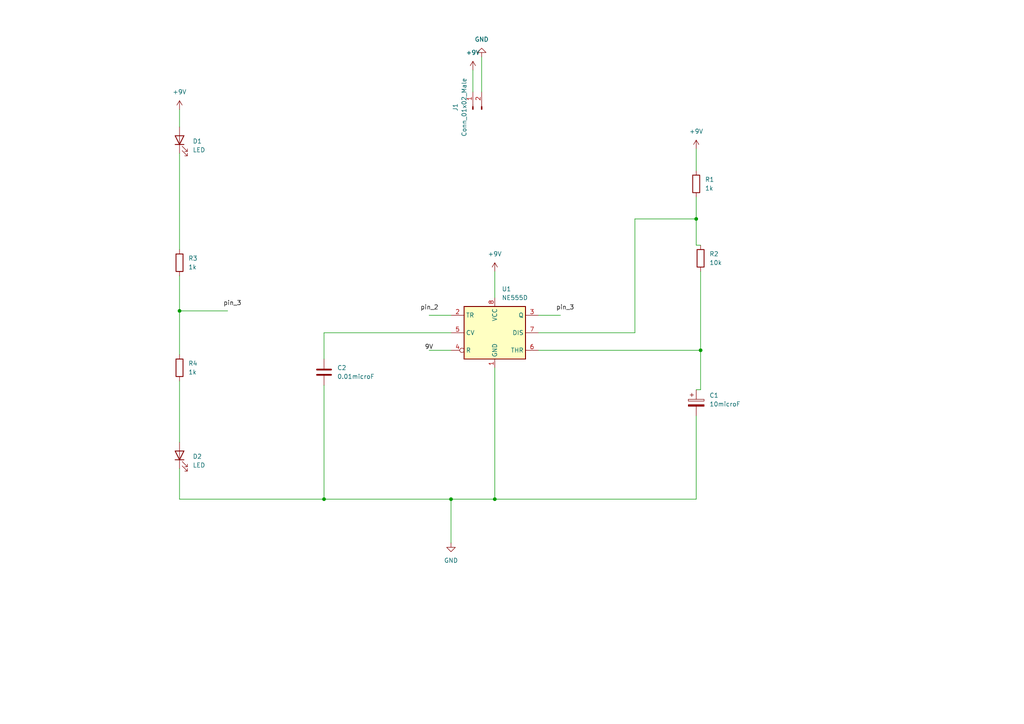
<source format=kicad_sch>
(kicad_sch (version 20211123) (generator eeschema)

  (uuid d0fa1b67-681a-4fd0-9ed5-ad080d6af7e6)

  (paper "A4")

  (lib_symbols
    (symbol "Connector:Conn_01x02_Male" (pin_names (offset 1.016) hide) (in_bom yes) (on_board yes)
      (property "Reference" "J" (id 0) (at 0 2.54 0)
        (effects (font (size 1.27 1.27)))
      )
      (property "Value" "Conn_01x02_Male" (id 1) (at 0 -5.08 0)
        (effects (font (size 1.27 1.27)))
      )
      (property "Footprint" "" (id 2) (at 0 0 0)
        (effects (font (size 1.27 1.27)) hide)
      )
      (property "Datasheet" "~" (id 3) (at 0 0 0)
        (effects (font (size 1.27 1.27)) hide)
      )
      (property "ki_keywords" "connector" (id 4) (at 0 0 0)
        (effects (font (size 1.27 1.27)) hide)
      )
      (property "ki_description" "Generic connector, single row, 01x02, script generated (kicad-library-utils/schlib/autogen/connector/)" (id 5) (at 0 0 0)
        (effects (font (size 1.27 1.27)) hide)
      )
      (property "ki_fp_filters" "Connector*:*_1x??_*" (id 6) (at 0 0 0)
        (effects (font (size 1.27 1.27)) hide)
      )
      (symbol "Conn_01x02_Male_1_1"
        (polyline
          (pts
            (xy 1.27 -2.54)
            (xy 0.8636 -2.54)
          )
          (stroke (width 0.1524) (type default) (color 0 0 0 0))
          (fill (type none))
        )
        (polyline
          (pts
            (xy 1.27 0)
            (xy 0.8636 0)
          )
          (stroke (width 0.1524) (type default) (color 0 0 0 0))
          (fill (type none))
        )
        (rectangle (start 0.8636 -2.413) (end 0 -2.667)
          (stroke (width 0.1524) (type default) (color 0 0 0 0))
          (fill (type outline))
        )
        (rectangle (start 0.8636 0.127) (end 0 -0.127)
          (stroke (width 0.1524) (type default) (color 0 0 0 0))
          (fill (type outline))
        )
        (pin passive line (at 5.08 0 180) (length 3.81)
          (name "Pin_1" (effects (font (size 1.27 1.27))))
          (number "1" (effects (font (size 1.27 1.27))))
        )
        (pin passive line (at 5.08 -2.54 180) (length 3.81)
          (name "Pin_2" (effects (font (size 1.27 1.27))))
          (number "2" (effects (font (size 1.27 1.27))))
        )
      )
    )
    (symbol "Device:C" (pin_numbers hide) (pin_names (offset 0.254)) (in_bom yes) (on_board yes)
      (property "Reference" "C" (id 0) (at 0.635 2.54 0)
        (effects (font (size 1.27 1.27)) (justify left))
      )
      (property "Value" "C" (id 1) (at 0.635 -2.54 0)
        (effects (font (size 1.27 1.27)) (justify left))
      )
      (property "Footprint" "" (id 2) (at 0.9652 -3.81 0)
        (effects (font (size 1.27 1.27)) hide)
      )
      (property "Datasheet" "~" (id 3) (at 0 0 0)
        (effects (font (size 1.27 1.27)) hide)
      )
      (property "ki_keywords" "cap capacitor" (id 4) (at 0 0 0)
        (effects (font (size 1.27 1.27)) hide)
      )
      (property "ki_description" "Unpolarized capacitor" (id 5) (at 0 0 0)
        (effects (font (size 1.27 1.27)) hide)
      )
      (property "ki_fp_filters" "C_*" (id 6) (at 0 0 0)
        (effects (font (size 1.27 1.27)) hide)
      )
      (symbol "C_0_1"
        (polyline
          (pts
            (xy -2.032 -0.762)
            (xy 2.032 -0.762)
          )
          (stroke (width 0.508) (type default) (color 0 0 0 0))
          (fill (type none))
        )
        (polyline
          (pts
            (xy -2.032 0.762)
            (xy 2.032 0.762)
          )
          (stroke (width 0.508) (type default) (color 0 0 0 0))
          (fill (type none))
        )
      )
      (symbol "C_1_1"
        (pin passive line (at 0 3.81 270) (length 2.794)
          (name "~" (effects (font (size 1.27 1.27))))
          (number "1" (effects (font (size 1.27 1.27))))
        )
        (pin passive line (at 0 -3.81 90) (length 2.794)
          (name "~" (effects (font (size 1.27 1.27))))
          (number "2" (effects (font (size 1.27 1.27))))
        )
      )
    )
    (symbol "Device:C_Polarized" (pin_numbers hide) (pin_names (offset 0.254)) (in_bom yes) (on_board yes)
      (property "Reference" "C" (id 0) (at 0.635 2.54 0)
        (effects (font (size 1.27 1.27)) (justify left))
      )
      (property "Value" "C_Polarized" (id 1) (at 0.635 -2.54 0)
        (effects (font (size 1.27 1.27)) (justify left))
      )
      (property "Footprint" "" (id 2) (at 0.9652 -3.81 0)
        (effects (font (size 1.27 1.27)) hide)
      )
      (property "Datasheet" "~" (id 3) (at 0 0 0)
        (effects (font (size 1.27 1.27)) hide)
      )
      (property "ki_keywords" "cap capacitor" (id 4) (at 0 0 0)
        (effects (font (size 1.27 1.27)) hide)
      )
      (property "ki_description" "Polarized capacitor" (id 5) (at 0 0 0)
        (effects (font (size 1.27 1.27)) hide)
      )
      (property "ki_fp_filters" "CP_*" (id 6) (at 0 0 0)
        (effects (font (size 1.27 1.27)) hide)
      )
      (symbol "C_Polarized_0_1"
        (rectangle (start -2.286 0.508) (end 2.286 1.016)
          (stroke (width 0) (type default) (color 0 0 0 0))
          (fill (type none))
        )
        (polyline
          (pts
            (xy -1.778 2.286)
            (xy -0.762 2.286)
          )
          (stroke (width 0) (type default) (color 0 0 0 0))
          (fill (type none))
        )
        (polyline
          (pts
            (xy -1.27 2.794)
            (xy -1.27 1.778)
          )
          (stroke (width 0) (type default) (color 0 0 0 0))
          (fill (type none))
        )
        (rectangle (start 2.286 -0.508) (end -2.286 -1.016)
          (stroke (width 0) (type default) (color 0 0 0 0))
          (fill (type outline))
        )
      )
      (symbol "C_Polarized_1_1"
        (pin passive line (at 0 3.81 270) (length 2.794)
          (name "~" (effects (font (size 1.27 1.27))))
          (number "1" (effects (font (size 1.27 1.27))))
        )
        (pin passive line (at 0 -3.81 90) (length 2.794)
          (name "~" (effects (font (size 1.27 1.27))))
          (number "2" (effects (font (size 1.27 1.27))))
        )
      )
    )
    (symbol "Device:LED" (pin_numbers hide) (pin_names (offset 1.016) hide) (in_bom yes) (on_board yes)
      (property "Reference" "D" (id 0) (at 0 2.54 0)
        (effects (font (size 1.27 1.27)))
      )
      (property "Value" "LED" (id 1) (at 0 -2.54 0)
        (effects (font (size 1.27 1.27)))
      )
      (property "Footprint" "" (id 2) (at 0 0 0)
        (effects (font (size 1.27 1.27)) hide)
      )
      (property "Datasheet" "~" (id 3) (at 0 0 0)
        (effects (font (size 1.27 1.27)) hide)
      )
      (property "ki_keywords" "LED diode" (id 4) (at 0 0 0)
        (effects (font (size 1.27 1.27)) hide)
      )
      (property "ki_description" "Light emitting diode" (id 5) (at 0 0 0)
        (effects (font (size 1.27 1.27)) hide)
      )
      (property "ki_fp_filters" "LED* LED_SMD:* LED_THT:*" (id 6) (at 0 0 0)
        (effects (font (size 1.27 1.27)) hide)
      )
      (symbol "LED_0_1"
        (polyline
          (pts
            (xy -1.27 -1.27)
            (xy -1.27 1.27)
          )
          (stroke (width 0.254) (type default) (color 0 0 0 0))
          (fill (type none))
        )
        (polyline
          (pts
            (xy -1.27 0)
            (xy 1.27 0)
          )
          (stroke (width 0) (type default) (color 0 0 0 0))
          (fill (type none))
        )
        (polyline
          (pts
            (xy 1.27 -1.27)
            (xy 1.27 1.27)
            (xy -1.27 0)
            (xy 1.27 -1.27)
          )
          (stroke (width 0.254) (type default) (color 0 0 0 0))
          (fill (type none))
        )
        (polyline
          (pts
            (xy -3.048 -0.762)
            (xy -4.572 -2.286)
            (xy -3.81 -2.286)
            (xy -4.572 -2.286)
            (xy -4.572 -1.524)
          )
          (stroke (width 0) (type default) (color 0 0 0 0))
          (fill (type none))
        )
        (polyline
          (pts
            (xy -1.778 -0.762)
            (xy -3.302 -2.286)
            (xy -2.54 -2.286)
            (xy -3.302 -2.286)
            (xy -3.302 -1.524)
          )
          (stroke (width 0) (type default) (color 0 0 0 0))
          (fill (type none))
        )
      )
      (symbol "LED_1_1"
        (pin passive line (at -3.81 0 0) (length 2.54)
          (name "K" (effects (font (size 1.27 1.27))))
          (number "1" (effects (font (size 1.27 1.27))))
        )
        (pin passive line (at 3.81 0 180) (length 2.54)
          (name "A" (effects (font (size 1.27 1.27))))
          (number "2" (effects (font (size 1.27 1.27))))
        )
      )
    )
    (symbol "Device:R" (pin_numbers hide) (pin_names (offset 0)) (in_bom yes) (on_board yes)
      (property "Reference" "R" (id 0) (at 2.032 0 90)
        (effects (font (size 1.27 1.27)))
      )
      (property "Value" "R" (id 1) (at 0 0 90)
        (effects (font (size 1.27 1.27)))
      )
      (property "Footprint" "" (id 2) (at -1.778 0 90)
        (effects (font (size 1.27 1.27)) hide)
      )
      (property "Datasheet" "~" (id 3) (at 0 0 0)
        (effects (font (size 1.27 1.27)) hide)
      )
      (property "ki_keywords" "R res resistor" (id 4) (at 0 0 0)
        (effects (font (size 1.27 1.27)) hide)
      )
      (property "ki_description" "Resistor" (id 5) (at 0 0 0)
        (effects (font (size 1.27 1.27)) hide)
      )
      (property "ki_fp_filters" "R_*" (id 6) (at 0 0 0)
        (effects (font (size 1.27 1.27)) hide)
      )
      (symbol "R_0_1"
        (rectangle (start -1.016 -2.54) (end 1.016 2.54)
          (stroke (width 0.254) (type default) (color 0 0 0 0))
          (fill (type none))
        )
      )
      (symbol "R_1_1"
        (pin passive line (at 0 3.81 270) (length 1.27)
          (name "~" (effects (font (size 1.27 1.27))))
          (number "1" (effects (font (size 1.27 1.27))))
        )
        (pin passive line (at 0 -3.81 90) (length 1.27)
          (name "~" (effects (font (size 1.27 1.27))))
          (number "2" (effects (font (size 1.27 1.27))))
        )
      )
    )
    (symbol "Timer:NE555D" (in_bom yes) (on_board yes)
      (property "Reference" "U" (id 0) (at -10.16 8.89 0)
        (effects (font (size 1.27 1.27)) (justify left))
      )
      (property "Value" "NE555D" (id 1) (at 2.54 8.89 0)
        (effects (font (size 1.27 1.27)) (justify left))
      )
      (property "Footprint" "Package_SO:SOIC-8_3.9x4.9mm_P1.27mm" (id 2) (at 21.59 -10.16 0)
        (effects (font (size 1.27 1.27)) hide)
      )
      (property "Datasheet" "http://www.ti.com/lit/ds/symlink/ne555.pdf" (id 3) (at 21.59 -10.16 0)
        (effects (font (size 1.27 1.27)) hide)
      )
      (property "ki_keywords" "single timer 555" (id 4) (at 0 0 0)
        (effects (font (size 1.27 1.27)) hide)
      )
      (property "ki_description" "Precision Timers, 555 compatible, SOIC-8" (id 5) (at 0 0 0)
        (effects (font (size 1.27 1.27)) hide)
      )
      (property "ki_fp_filters" "SOIC*3.9x4.9mm*P1.27mm*" (id 6) (at 0 0 0)
        (effects (font (size 1.27 1.27)) hide)
      )
      (symbol "NE555D_0_0"
        (pin power_in line (at 0 -10.16 90) (length 2.54)
          (name "GND" (effects (font (size 1.27 1.27))))
          (number "1" (effects (font (size 1.27 1.27))))
        )
        (pin power_in line (at 0 10.16 270) (length 2.54)
          (name "VCC" (effects (font (size 1.27 1.27))))
          (number "8" (effects (font (size 1.27 1.27))))
        )
      )
      (symbol "NE555D_0_1"
        (rectangle (start -8.89 -7.62) (end 8.89 7.62)
          (stroke (width 0.254) (type default) (color 0 0 0 0))
          (fill (type background))
        )
        (rectangle (start -8.89 -7.62) (end 8.89 7.62)
          (stroke (width 0.254) (type default) (color 0 0 0 0))
          (fill (type background))
        )
      )
      (symbol "NE555D_1_1"
        (pin input line (at -12.7 5.08 0) (length 3.81)
          (name "TR" (effects (font (size 1.27 1.27))))
          (number "2" (effects (font (size 1.27 1.27))))
        )
        (pin output line (at 12.7 5.08 180) (length 3.81)
          (name "Q" (effects (font (size 1.27 1.27))))
          (number "3" (effects (font (size 1.27 1.27))))
        )
        (pin input inverted (at -12.7 -5.08 0) (length 3.81)
          (name "R" (effects (font (size 1.27 1.27))))
          (number "4" (effects (font (size 1.27 1.27))))
        )
        (pin input line (at -12.7 0 0) (length 3.81)
          (name "CV" (effects (font (size 1.27 1.27))))
          (number "5" (effects (font (size 1.27 1.27))))
        )
        (pin input line (at 12.7 -5.08 180) (length 3.81)
          (name "THR" (effects (font (size 1.27 1.27))))
          (number "6" (effects (font (size 1.27 1.27))))
        )
        (pin input line (at 12.7 0 180) (length 3.81)
          (name "DIS" (effects (font (size 1.27 1.27))))
          (number "7" (effects (font (size 1.27 1.27))))
        )
      )
    )
    (symbol "power:+9V" (power) (pin_names (offset 0)) (in_bom yes) (on_board yes)
      (property "Reference" "#PWR" (id 0) (at 0 -3.81 0)
        (effects (font (size 1.27 1.27)) hide)
      )
      (property "Value" "+9V" (id 1) (at 0 3.556 0)
        (effects (font (size 1.27 1.27)))
      )
      (property "Footprint" "" (id 2) (at 0 0 0)
        (effects (font (size 1.27 1.27)) hide)
      )
      (property "Datasheet" "" (id 3) (at 0 0 0)
        (effects (font (size 1.27 1.27)) hide)
      )
      (property "ki_keywords" "global power" (id 4) (at 0 0 0)
        (effects (font (size 1.27 1.27)) hide)
      )
      (property "ki_description" "Power symbol creates a global label with name \"+9V\"" (id 5) (at 0 0 0)
        (effects (font (size 1.27 1.27)) hide)
      )
      (symbol "+9V_0_1"
        (polyline
          (pts
            (xy -0.762 1.27)
            (xy 0 2.54)
          )
          (stroke (width 0) (type default) (color 0 0 0 0))
          (fill (type none))
        )
        (polyline
          (pts
            (xy 0 0)
            (xy 0 2.54)
          )
          (stroke (width 0) (type default) (color 0 0 0 0))
          (fill (type none))
        )
        (polyline
          (pts
            (xy 0 2.54)
            (xy 0.762 1.27)
          )
          (stroke (width 0) (type default) (color 0 0 0 0))
          (fill (type none))
        )
      )
      (symbol "+9V_1_1"
        (pin power_in line (at 0 0 90) (length 0) hide
          (name "+9V" (effects (font (size 1.27 1.27))))
          (number "1" (effects (font (size 1.27 1.27))))
        )
      )
    )
    (symbol "power:GND" (power) (pin_names (offset 0)) (in_bom yes) (on_board yes)
      (property "Reference" "#PWR" (id 0) (at 0 -6.35 0)
        (effects (font (size 1.27 1.27)) hide)
      )
      (property "Value" "GND" (id 1) (at 0 -3.81 0)
        (effects (font (size 1.27 1.27)))
      )
      (property "Footprint" "" (id 2) (at 0 0 0)
        (effects (font (size 1.27 1.27)) hide)
      )
      (property "Datasheet" "" (id 3) (at 0 0 0)
        (effects (font (size 1.27 1.27)) hide)
      )
      (property "ki_keywords" "global power" (id 4) (at 0 0 0)
        (effects (font (size 1.27 1.27)) hide)
      )
      (property "ki_description" "Power symbol creates a global label with name \"GND\" , ground" (id 5) (at 0 0 0)
        (effects (font (size 1.27 1.27)) hide)
      )
      (symbol "GND_0_1"
        (polyline
          (pts
            (xy 0 0)
            (xy 0 -1.27)
            (xy 1.27 -1.27)
            (xy 0 -2.54)
            (xy -1.27 -1.27)
            (xy 0 -1.27)
          )
          (stroke (width 0) (type default) (color 0 0 0 0))
          (fill (type none))
        )
      )
      (symbol "GND_1_1"
        (pin power_in line (at 0 0 270) (length 0) hide
          (name "GND" (effects (font (size 1.27 1.27))))
          (number "1" (effects (font (size 1.27 1.27))))
        )
      )
    )
  )

  (junction (at 143.51 144.78) (diameter 0) (color 0 0 0 0)
    (uuid 20a8b88b-cbb6-4cb2-a5c5-8f691b291856)
  )
  (junction (at 201.93 63.5) (diameter 0) (color 0 0 0 0)
    (uuid 2d7fb36d-8dac-4805-b352-ce6aa67082ab)
  )
  (junction (at 93.98 144.78) (diameter 0) (color 0 0 0 0)
    (uuid 33873670-d9da-4a07-919c-3bd4a56e7284)
  )
  (junction (at 130.81 144.78) (diameter 0) (color 0 0 0 0)
    (uuid af2a53cf-b946-4559-9662-ab53a75025fc)
  )
  (junction (at 52.07 90.17) (diameter 0) (color 0 0 0 0)
    (uuid d0b6bd89-cb2c-4eb7-823e-77207a1a1b71)
  )
  (junction (at 203.2 101.6) (diameter 0) (color 0 0 0 0)
    (uuid ec9f663f-3a0e-4824-b03f-78bd4ace9618)
  )

  (wire (pts (xy 130.81 96.52) (xy 93.98 96.52))
    (stroke (width 0) (type default) (color 0 0 0 0))
    (uuid 06642e3e-4f8b-4ca3-a6ac-db26d6f13af2)
  )
  (wire (pts (xy 143.51 144.78) (xy 130.81 144.78))
    (stroke (width 0) (type default) (color 0 0 0 0))
    (uuid 0af912de-976e-4fdf-924b-d28d05d83454)
  )
  (wire (pts (xy 52.07 128.27) (xy 52.07 110.49))
    (stroke (width 0) (type default) (color 0 0 0 0))
    (uuid 0d74af1a-90b7-4614-bcba-97826bd62071)
  )
  (wire (pts (xy 124.46 91.44) (xy 130.81 91.44))
    (stroke (width 0) (type default) (color 0 0 0 0))
    (uuid 0f1d0006-d072-4701-ab2a-c60db5c5c6b1)
  )
  (wire (pts (xy 203.2 113.03) (xy 201.93 113.03))
    (stroke (width 0) (type default) (color 0 0 0 0))
    (uuid 224d1360-9b15-4398-8345-f1c9c4a05d72)
  )
  (wire (pts (xy 203.2 78.74) (xy 203.2 101.6))
    (stroke (width 0) (type default) (color 0 0 0 0))
    (uuid 3dac0017-4abd-4b50-9385-9a8586ea824a)
  )
  (wire (pts (xy 201.93 57.15) (xy 201.93 63.5))
    (stroke (width 0) (type default) (color 0 0 0 0))
    (uuid 420301d3-cb01-44d3-84c7-3060d3661532)
  )
  (wire (pts (xy 201.93 144.78) (xy 143.51 144.78))
    (stroke (width 0) (type default) (color 0 0 0 0))
    (uuid 4771bf11-cfda-42c5-b90c-3d7a746e2b41)
  )
  (wire (pts (xy 156.21 91.44) (xy 162.56 91.44))
    (stroke (width 0) (type default) (color 0 0 0 0))
    (uuid 51f3af74-b896-46bc-a29d-d1769f6305fa)
  )
  (wire (pts (xy 143.51 106.68) (xy 143.51 144.78))
    (stroke (width 0) (type default) (color 0 0 0 0))
    (uuid 536ed4dd-0960-4281-b6b9-1ca27442a961)
  )
  (wire (pts (xy 139.7 16.51) (xy 139.7 26.67))
    (stroke (width 0) (type default) (color 0 0 0 0))
    (uuid 5e4201b6-438f-455a-961c-c41e126add7d)
  )
  (wire (pts (xy 52.07 90.17) (xy 52.07 80.01))
    (stroke (width 0) (type default) (color 0 0 0 0))
    (uuid 77007e78-73f2-447e-bab0-0613e3492238)
  )
  (wire (pts (xy 52.07 144.78) (xy 52.07 135.89))
    (stroke (width 0) (type default) (color 0 0 0 0))
    (uuid 7bf0ae25-a7fa-4af1-8cf3-67116047039e)
  )
  (wire (pts (xy 156.21 101.6) (xy 203.2 101.6))
    (stroke (width 0) (type default) (color 0 0 0 0))
    (uuid 84111e23-51ee-46d2-9957-8a31ebe8b0d2)
  )
  (wire (pts (xy 201.93 43.18) (xy 201.93 49.53))
    (stroke (width 0) (type default) (color 0 0 0 0))
    (uuid 84cdfd0b-57bd-4193-913a-4b0b8cda479c)
  )
  (wire (pts (xy 201.93 120.65) (xy 201.93 144.78))
    (stroke (width 0) (type default) (color 0 0 0 0))
    (uuid 8c03d8ed-9a8f-4420-b67c-9e3aada30730)
  )
  (wire (pts (xy 52.07 31.75) (xy 52.07 36.83))
    (stroke (width 0) (type default) (color 0 0 0 0))
    (uuid 9169d09e-5132-4e8a-b1ea-5a0a4769cd75)
  )
  (wire (pts (xy 93.98 144.78) (xy 52.07 144.78))
    (stroke (width 0) (type default) (color 0 0 0 0))
    (uuid 951fa4f9-280a-4897-9e69-73a10ad18973)
  )
  (wire (pts (xy 52.07 90.17) (xy 66.04 90.17))
    (stroke (width 0) (type default) (color 0 0 0 0))
    (uuid 95a45380-753d-42c2-abcc-df467eb8d22e)
  )
  (wire (pts (xy 93.98 96.52) (xy 93.98 104.14))
    (stroke (width 0) (type default) (color 0 0 0 0))
    (uuid 993c12a0-48b5-4a2c-a508-ee64b6e160a3)
  )
  (wire (pts (xy 184.15 63.5) (xy 201.93 63.5))
    (stroke (width 0) (type default) (color 0 0 0 0))
    (uuid 9e65f0ee-05cb-4c07-8076-5ab2609cdeeb)
  )
  (wire (pts (xy 184.15 96.52) (xy 184.15 63.5))
    (stroke (width 0) (type default) (color 0 0 0 0))
    (uuid 9e6f43ea-3613-45ad-8b39-d8f8197d8cec)
  )
  (wire (pts (xy 201.93 63.5) (xy 201.93 71.12))
    (stroke (width 0) (type default) (color 0 0 0 0))
    (uuid a0074ce8-f467-4dd0-bae1-29f0d4c6871d)
  )
  (wire (pts (xy 137.16 20.32) (xy 137.16 26.67))
    (stroke (width 0) (type default) (color 0 0 0 0))
    (uuid a2a3d111-1e12-4f30-be3b-0d1f32f8ccf5)
  )
  (wire (pts (xy 52.07 102.87) (xy 52.07 90.17))
    (stroke (width 0) (type default) (color 0 0 0 0))
    (uuid aa34f63f-65a8-47cd-b44a-256916a0d996)
  )
  (wire (pts (xy 130.81 144.78) (xy 130.81 157.48))
    (stroke (width 0) (type default) (color 0 0 0 0))
    (uuid b41b1307-fdc2-4248-a8a5-290c79a584c1)
  )
  (wire (pts (xy 201.93 71.12) (xy 203.2 71.12))
    (stroke (width 0) (type default) (color 0 0 0 0))
    (uuid b8ee5034-d26d-4aaf-b1eb-e4f1df2a3d9b)
  )
  (wire (pts (xy 203.2 101.6) (xy 203.2 113.03))
    (stroke (width 0) (type default) (color 0 0 0 0))
    (uuid bdc5f138-b90b-4cb1-a72f-e66ee86a0d58)
  )
  (wire (pts (xy 143.51 78.74) (xy 143.51 86.36))
    (stroke (width 0) (type default) (color 0 0 0 0))
    (uuid cd96e989-7c24-4f98-bf13-50ea86330bba)
  )
  (wire (pts (xy 156.21 96.52) (xy 184.15 96.52))
    (stroke (width 0) (type default) (color 0 0 0 0))
    (uuid d0f36110-6109-4fcc-923a-b7a0a4e21252)
  )
  (wire (pts (xy 130.81 144.78) (xy 93.98 144.78))
    (stroke (width 0) (type default) (color 0 0 0 0))
    (uuid df68ac74-469e-45d2-9796-acdb3ee108e5)
  )
  (wire (pts (xy 93.98 111.76) (xy 93.98 144.78))
    (stroke (width 0) (type default) (color 0 0 0 0))
    (uuid e562f7a1-fb11-4541-b6fe-2f24a9007da4)
  )
  (wire (pts (xy 124.46 101.6) (xy 130.81 101.6))
    (stroke (width 0) (type default) (color 0 0 0 0))
    (uuid e7f248b9-2f39-4c60-b350-6748fba28103)
  )
  (wire (pts (xy 52.07 72.39) (xy 52.07 44.45))
    (stroke (width 0) (type default) (color 0 0 0 0))
    (uuid f56ba6d0-f554-4d56-9a7c-7aaef56e0684)
  )

  (label "9V" (at 123.19 101.6 0)
    (effects (font (size 1.27 1.27)) (justify left bottom))
    (uuid 13a51eb5-0013-4a6e-81c5-6b9a20c2706b)
  )
  (label "pin_3" (at 64.77 88.9 0)
    (effects (font (size 1.27 1.27)) (justify left bottom))
    (uuid 3527f93c-575c-41d8-84de-4608a1a15ab5)
  )
  (label "pin_2" (at 121.92 90.17 0)
    (effects (font (size 1.27 1.27)) (justify left bottom))
    (uuid 7e326c65-f403-4cd6-839c-ed7ccb2b27de)
  )
  (label "pin_3" (at 161.29 90.17 0)
    (effects (font (size 1.27 1.27)) (justify left bottom))
    (uuid c6d67a61-d467-4a37-8098-2d351a426e91)
  )

  (symbol (lib_id "Device:R") (at 52.07 106.68 0) (unit 1)
    (in_bom yes) (on_board yes) (fields_autoplaced)
    (uuid 03f99936-0e0e-4af3-8ce8-232039251b9c)
    (property "Reference" "R4" (id 0) (at 54.61 105.4099 0)
      (effects (font (size 1.27 1.27)) (justify left))
    )
    (property "Value" "1k" (id 1) (at 54.61 107.9499 0)
      (effects (font (size 1.27 1.27)) (justify left))
    )
    (property "Footprint" "" (id 2) (at 50.292 106.68 90)
      (effects (font (size 1.27 1.27)) hide)
    )
    (property "Datasheet" "~" (id 3) (at 52.07 106.68 0)
      (effects (font (size 1.27 1.27)) hide)
    )
    (pin "1" (uuid 9e62def5-9364-48ca-a151-22a2148dd76f))
    (pin "2" (uuid 4728cf03-4539-4979-b4ea-3d8bfd872edb))
  )

  (symbol (lib_id "power:+9V") (at 137.16 20.32 0) (unit 1)
    (in_bom yes) (on_board yes) (fields_autoplaced)
    (uuid 0d66f4b3-5af7-4de4-a3bb-b2b571e31cd7)
    (property "Reference" "#PWR03" (id 0) (at 137.16 24.13 0)
      (effects (font (size 1.27 1.27)) hide)
    )
    (property "Value" "+9V" (id 1) (at 137.16 15.24 0))
    (property "Footprint" "" (id 2) (at 137.16 20.32 0)
      (effects (font (size 1.27 1.27)) hide)
    )
    (property "Datasheet" "" (id 3) (at 137.16 20.32 0)
      (effects (font (size 1.27 1.27)) hide)
    )
    (pin "1" (uuid 431089b6-3799-4cc2-8200-a9fc2cac2b36))
  )

  (symbol (lib_id "Device:R") (at 201.93 53.34 0) (unit 1)
    (in_bom yes) (on_board yes) (fields_autoplaced)
    (uuid 19949942-d394-4855-9493-bfbee90fe018)
    (property "Reference" "R1" (id 0) (at 204.47 52.0699 0)
      (effects (font (size 1.27 1.27)) (justify left))
    )
    (property "Value" "1k" (id 1) (at 204.47 54.6099 0)
      (effects (font (size 1.27 1.27)) (justify left))
    )
    (property "Footprint" "" (id 2) (at 200.152 53.34 90)
      (effects (font (size 1.27 1.27)) hide)
    )
    (property "Datasheet" "~" (id 3) (at 201.93 53.34 0)
      (effects (font (size 1.27 1.27)) hide)
    )
    (pin "1" (uuid 44cb3910-a063-4eda-bd4e-506e4e50c769))
    (pin "2" (uuid 3c53a8a8-3b81-48cc-a3d1-049b6a042acb))
  )

  (symbol (lib_id "power:GND") (at 130.81 157.48 0) (unit 1)
    (in_bom yes) (on_board yes) (fields_autoplaced)
    (uuid 3c5dafe2-cafc-4fb2-b092-59f00cc19cbe)
    (property "Reference" "#PWR02" (id 0) (at 130.81 163.83 0)
      (effects (font (size 1.27 1.27)) hide)
    )
    (property "Value" "GND" (id 1) (at 130.81 162.56 0))
    (property "Footprint" "" (id 2) (at 130.81 157.48 0)
      (effects (font (size 1.27 1.27)) hide)
    )
    (property "Datasheet" "" (id 3) (at 130.81 157.48 0)
      (effects (font (size 1.27 1.27)) hide)
    )
    (pin "1" (uuid 0317977d-2124-4ca8-b247-35c891b5d5cc))
  )

  (symbol (lib_id "Device:R") (at 52.07 76.2 0) (unit 1)
    (in_bom yes) (on_board yes) (fields_autoplaced)
    (uuid 3d588ea4-0a15-4c10-983e-c1418e0d5097)
    (property "Reference" "R3" (id 0) (at 54.61 74.9299 0)
      (effects (font (size 1.27 1.27)) (justify left))
    )
    (property "Value" "1k" (id 1) (at 54.61 77.4699 0)
      (effects (font (size 1.27 1.27)) (justify left))
    )
    (property "Footprint" "" (id 2) (at 50.292 76.2 90)
      (effects (font (size 1.27 1.27)) hide)
    )
    (property "Datasheet" "~" (id 3) (at 52.07 76.2 0)
      (effects (font (size 1.27 1.27)) hide)
    )
    (pin "1" (uuid d4927c60-7828-4659-82fa-f822c148218c))
    (pin "2" (uuid c3b609e1-16f1-46d8-a8b8-9a434663716e))
  )

  (symbol (lib_id "power:GND") (at 139.7 16.51 180) (unit 1)
    (in_bom yes) (on_board yes) (fields_autoplaced)
    (uuid 40b4c5fc-7697-4bbb-8172-4615de5234f0)
    (property "Reference" "#PWR04" (id 0) (at 139.7 10.16 0)
      (effects (font (size 1.27 1.27)) hide)
    )
    (property "Value" "GND" (id 1) (at 139.7 11.43 0))
    (property "Footprint" "" (id 2) (at 139.7 16.51 0)
      (effects (font (size 1.27 1.27)) hide)
    )
    (property "Datasheet" "" (id 3) (at 139.7 16.51 0)
      (effects (font (size 1.27 1.27)) hide)
    )
    (pin "1" (uuid f61d0530-1aa6-40e9-b114-57493f7a9801))
  )

  (symbol (lib_id "Connector:Conn_01x02_Male") (at 137.16 31.75 90) (unit 1)
    (in_bom yes) (on_board yes)
    (uuid 4a9a6d02-6611-4a1b-9923-13f52b51cfa8)
    (property "Reference" "J1" (id 0) (at 132.08 31.115 0))
    (property "Value" "Conn_01x02_Male" (id 1) (at 134.62 31.115 0))
    (property "Footprint" "" (id 2) (at 137.16 31.75 0)
      (effects (font (size 1.27 1.27)) hide)
    )
    (property "Datasheet" "~" (id 3) (at 137.16 31.75 0)
      (effects (font (size 1.27 1.27)) hide)
    )
    (pin "1" (uuid fc8f644b-cbb7-40e0-a7d0-108363b510a0))
    (pin "2" (uuid e7f47332-5bb3-4b48-b977-8790d2a1f34f))
  )

  (symbol (lib_id "Device:C_Polarized") (at 201.93 116.84 0) (unit 1)
    (in_bom yes) (on_board yes) (fields_autoplaced)
    (uuid 6887b10c-90aa-4663-b21e-03ee31a06070)
    (property "Reference" "C1" (id 0) (at 205.74 114.6809 0)
      (effects (font (size 1.27 1.27)) (justify left))
    )
    (property "Value" "10microF" (id 1) (at 205.74 117.2209 0)
      (effects (font (size 1.27 1.27)) (justify left))
    )
    (property "Footprint" "" (id 2) (at 202.8952 120.65 0)
      (effects (font (size 1.27 1.27)) hide)
    )
    (property "Datasheet" "~" (id 3) (at 201.93 116.84 0)
      (effects (font (size 1.27 1.27)) hide)
    )
    (pin "1" (uuid 9f05c774-771b-46ae-a019-a08b77b3f4d0))
    (pin "2" (uuid 9f71d404-18f7-44bf-bed3-55a69b03f158))
  )

  (symbol (lib_id "Device:LED") (at 52.07 40.64 90) (unit 1)
    (in_bom yes) (on_board yes) (fields_autoplaced)
    (uuid 9e59cfec-72e6-4858-9add-87cafeac83e4)
    (property "Reference" "D1" (id 0) (at 55.88 40.9574 90)
      (effects (font (size 1.27 1.27)) (justify right))
    )
    (property "Value" "LED" (id 1) (at 55.88 43.4974 90)
      (effects (font (size 1.27 1.27)) (justify right))
    )
    (property "Footprint" "" (id 2) (at 52.07 40.64 0)
      (effects (font (size 1.27 1.27)) hide)
    )
    (property "Datasheet" "~" (id 3) (at 52.07 40.64 0)
      (effects (font (size 1.27 1.27)) hide)
    )
    (pin "1" (uuid de7074bb-3cfa-4362-a36a-0d64897f2a26))
    (pin "2" (uuid f877a05e-c184-4dce-af79-3ac212a611d1))
  )

  (symbol (lib_id "Timer:NE555D") (at 143.51 96.52 0) (unit 1)
    (in_bom yes) (on_board yes) (fields_autoplaced)
    (uuid b0e7ebbf-ce6a-4b5e-ae3d-b1bee3ca655d)
    (property "Reference" "U1" (id 0) (at 145.5294 83.82 0)
      (effects (font (size 1.27 1.27)) (justify left))
    )
    (property "Value" "NE555D" (id 1) (at 145.5294 86.36 0)
      (effects (font (size 1.27 1.27)) (justify left))
    )
    (property "Footprint" "Package_SO:SOIC-8_3.9x4.9mm_P1.27mm" (id 2) (at 165.1 106.68 0)
      (effects (font (size 1.27 1.27)) hide)
    )
    (property "Datasheet" "http://www.ti.com/lit/ds/symlink/ne555.pdf" (id 3) (at 165.1 106.68 0)
      (effects (font (size 1.27 1.27)) hide)
    )
    (pin "1" (uuid f76d98b5-5d41-47c8-b015-e12680ef25c5))
    (pin "8" (uuid 048efb67-0fdb-42d2-87ae-5903390824a9))
    (pin "2" (uuid a0421d69-f2d5-4dde-b93a-f325e51f163a))
    (pin "3" (uuid 6569455b-51c4-4050-9481-37795b8fe405))
    (pin "4" (uuid 65aba43c-753f-4202-baf8-e4c24fb2aa48))
    (pin "5" (uuid c604fad6-f676-465a-a2e0-01b1c46acf12))
    (pin "6" (uuid f15b61b7-5266-4f4b-8b06-b52dd17f4167))
    (pin "7" (uuid cfd6185d-7786-43e4-9eec-a629ef352497))
  )

  (symbol (lib_id "power:+9V") (at 52.07 31.75 0) (unit 1)
    (in_bom yes) (on_board yes) (fields_autoplaced)
    (uuid bd9c7d52-71cc-4ef4-a956-cfbfbf0cc6da)
    (property "Reference" "#PWR01" (id 0) (at 52.07 35.56 0)
      (effects (font (size 1.27 1.27)) hide)
    )
    (property "Value" "+9V" (id 1) (at 52.07 26.67 0))
    (property "Footprint" "" (id 2) (at 52.07 31.75 0)
      (effects (font (size 1.27 1.27)) hide)
    )
    (property "Datasheet" "" (id 3) (at 52.07 31.75 0)
      (effects (font (size 1.27 1.27)) hide)
    )
    (pin "1" (uuid 1e475e18-8cd0-479d-9a69-4c2a250a1a96))
  )

  (symbol (lib_id "Device:LED") (at 52.07 132.08 90) (unit 1)
    (in_bom yes) (on_board yes) (fields_autoplaced)
    (uuid c42785d7-c0d5-4d0b-9885-e1fb64e2decd)
    (property "Reference" "D2" (id 0) (at 55.88 132.3974 90)
      (effects (font (size 1.27 1.27)) (justify right))
    )
    (property "Value" "LED" (id 1) (at 55.88 134.9374 90)
      (effects (font (size 1.27 1.27)) (justify right))
    )
    (property "Footprint" "" (id 2) (at 52.07 132.08 0)
      (effects (font (size 1.27 1.27)) hide)
    )
    (property "Datasheet" "~" (id 3) (at 52.07 132.08 0)
      (effects (font (size 1.27 1.27)) hide)
    )
    (pin "1" (uuid 336f6cbd-ebfb-4571-8406-115b20420dcb))
    (pin "2" (uuid 2ae31728-a8d1-4da2-9aa9-266bf9891625))
  )

  (symbol (lib_id "power:+9V") (at 201.93 43.18 0) (unit 1)
    (in_bom yes) (on_board yes) (fields_autoplaced)
    (uuid c8023cd5-1830-440d-8abd-2db60d66802c)
    (property "Reference" "#PWR06" (id 0) (at 201.93 46.99 0)
      (effects (font (size 1.27 1.27)) hide)
    )
    (property "Value" "+9V" (id 1) (at 201.93 38.1 0))
    (property "Footprint" "" (id 2) (at 201.93 43.18 0)
      (effects (font (size 1.27 1.27)) hide)
    )
    (property "Datasheet" "" (id 3) (at 201.93 43.18 0)
      (effects (font (size 1.27 1.27)) hide)
    )
    (pin "1" (uuid 06a8c1ca-3f66-4861-b717-ebf9af720be1))
  )

  (symbol (lib_id "Device:C") (at 93.98 107.95 0) (unit 1)
    (in_bom yes) (on_board yes) (fields_autoplaced)
    (uuid ed4585bf-dac9-499f-943a-40129023ddc8)
    (property "Reference" "C2" (id 0) (at 97.79 106.6799 0)
      (effects (font (size 1.27 1.27)) (justify left))
    )
    (property "Value" "0.01microF" (id 1) (at 97.79 109.2199 0)
      (effects (font (size 1.27 1.27)) (justify left))
    )
    (property "Footprint" "" (id 2) (at 94.9452 111.76 0)
      (effects (font (size 1.27 1.27)) hide)
    )
    (property "Datasheet" "~" (id 3) (at 93.98 107.95 0)
      (effects (font (size 1.27 1.27)) hide)
    )
    (pin "1" (uuid a0a41fec-c3e7-4372-95dc-75c3451e1d55))
    (pin "2" (uuid 0a8983ba-41c1-4008-a535-eda460777913))
  )

  (symbol (lib_id "Device:R") (at 203.2 74.93 0) (unit 1)
    (in_bom yes) (on_board yes) (fields_autoplaced)
    (uuid ef5c0634-93ae-4f3a-91f2-ca409a41da27)
    (property "Reference" "R2" (id 0) (at 205.74 73.6599 0)
      (effects (font (size 1.27 1.27)) (justify left))
    )
    (property "Value" "10k" (id 1) (at 205.74 76.1999 0)
      (effects (font (size 1.27 1.27)) (justify left))
    )
    (property "Footprint" "" (id 2) (at 201.422 74.93 90)
      (effects (font (size 1.27 1.27)) hide)
    )
    (property "Datasheet" "~" (id 3) (at 203.2 74.93 0)
      (effects (font (size 1.27 1.27)) hide)
    )
    (pin "1" (uuid 31afd87f-5722-415c-ba90-65ad5d5e5cc7))
    (pin "2" (uuid 9bb4e156-962d-4fa8-8d2d-627a1e08e799))
  )

  (symbol (lib_id "power:+9V") (at 143.51 78.74 0) (unit 1)
    (in_bom yes) (on_board yes) (fields_autoplaced)
    (uuid f7f72dce-49c4-4590-97e0-327baf2b209d)
    (property "Reference" "#PWR05" (id 0) (at 143.51 82.55 0)
      (effects (font (size 1.27 1.27)) hide)
    )
    (property "Value" "+9V" (id 1) (at 143.51 73.66 0))
    (property "Footprint" "" (id 2) (at 143.51 78.74 0)
      (effects (font (size 1.27 1.27)) hide)
    )
    (property "Datasheet" "" (id 3) (at 143.51 78.74 0)
      (effects (font (size 1.27 1.27)) hide)
    )
    (pin "1" (uuid ded269cc-e35b-4611-b4eb-1821ab27c578))
  )

  (sheet_instances
    (path "/" (page "1"))
  )

  (symbol_instances
    (path "/bd9c7d52-71cc-4ef4-a956-cfbfbf0cc6da"
      (reference "#PWR01") (unit 1) (value "+9V") (footprint "")
    )
    (path "/3c5dafe2-cafc-4fb2-b092-59f00cc19cbe"
      (reference "#PWR02") (unit 1) (value "GND") (footprint "")
    )
    (path "/0d66f4b3-5af7-4de4-a3bb-b2b571e31cd7"
      (reference "#PWR03") (unit 1) (value "+9V") (footprint "")
    )
    (path "/40b4c5fc-7697-4bbb-8172-4615de5234f0"
      (reference "#PWR04") (unit 1) (value "GND") (footprint "")
    )
    (path "/f7f72dce-49c4-4590-97e0-327baf2b209d"
      (reference "#PWR05") (unit 1) (value "+9V") (footprint "")
    )
    (path "/c8023cd5-1830-440d-8abd-2db60d66802c"
      (reference "#PWR06") (unit 1) (value "+9V") (footprint "")
    )
    (path "/6887b10c-90aa-4663-b21e-03ee31a06070"
      (reference "C1") (unit 1) (value "10microF") (footprint "")
    )
    (path "/ed4585bf-dac9-499f-943a-40129023ddc8"
      (reference "C2") (unit 1) (value "0.01microF") (footprint "")
    )
    (path "/9e59cfec-72e6-4858-9add-87cafeac83e4"
      (reference "D1") (unit 1) (value "LED") (footprint "")
    )
    (path "/c42785d7-c0d5-4d0b-9885-e1fb64e2decd"
      (reference "D2") (unit 1) (value "LED") (footprint "")
    )
    (path "/4a9a6d02-6611-4a1b-9923-13f52b51cfa8"
      (reference "J1") (unit 1) (value "Conn_01x02_Male") (footprint "")
    )
    (path "/19949942-d394-4855-9493-bfbee90fe018"
      (reference "R1") (unit 1) (value "1k") (footprint "")
    )
    (path "/ef5c0634-93ae-4f3a-91f2-ca409a41da27"
      (reference "R2") (unit 1) (value "10k") (footprint "")
    )
    (path "/3d588ea4-0a15-4c10-983e-c1418e0d5097"
      (reference "R3") (unit 1) (value "1k") (footprint "")
    )
    (path "/03f99936-0e0e-4af3-8ce8-232039251b9c"
      (reference "R4") (unit 1) (value "1k") (footprint "")
    )
    (path "/b0e7ebbf-ce6a-4b5e-ae3d-b1bee3ca655d"
      (reference "U1") (unit 1) (value "NE555D") (footprint "Package_SO:SOIC-8_3.9x4.9mm_P1.27mm")
    )
  )
)

</source>
